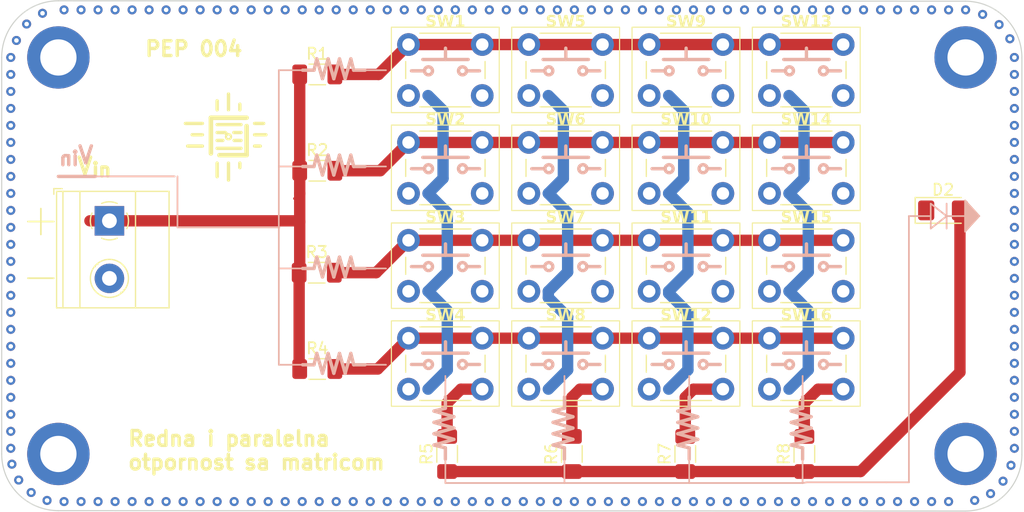
<source format=kicad_pcb>
(kicad_pcb (version 20240108) (generator "pcbnew") (generator_version "8.0")
  (layers (0 "F.Cu" signal) (31 "B.Cu" signal "GND") (34 "B.Paste" user) (35 "F.Paste" user) (36 "B.SilkS" user "B.Silkscreen") (37 "F.SilkS" user "F.Silkscreen") (38 "B.Mask" user) (39 "F.Mask" user) (44 "Edge.Cuts" user))
  (net 0 "")
  (net 1 "0")
  (net 2 "9V")
  (net 3 "Net-(D2-A)")
  (net 4 "Net-(R1-Pad2)")
  (net 5 "Net-(R3-Pad2)")
  (net 6 "Net-(R4-Pad2)")
  (net 7 "Net-(R5-Pad2)")
  (net 8 "Net-(R6-Pad2)")
  (net 9 "Net-(R7-Pad2)")
  (net 10 "Net-(R8-Pad2)")
  (footprint "PEP_library:ele_petnica_logo" (layer "F.Cu") (at 124 73)
    (property "Reference" "REF**" (hide yes))
    (property "Value" "ele_petnica_logo" (hide yes))
  )
  (footprint "TerminalBlock_Phoenix:TerminalBlock_Phoenix_MKDS-1,5-2-5.08_1x02_P5.08mm_Horizontal" (layer "F.Cu") (at 113.5 80.42 -90)
    (property "Reference" "J1" (hide yes))
    (property "Value" "Screw_Terminal_01x02")
    (pad "1" thru_hole rect (at 0 0 270) (size 2.6 2.6) (drill 1.3) (layers "*.Cu" "*.Mask") (net 2 "9V"))
    (pad "2" thru_hole circle (at 5.08 0 270) (size 2.6 2.6) (drill 1.3) (layers "*.Cu" "*.Mask") (net 1 "0"))
  )
  (footprint "PEP_library:SW_PUSH_6mm_H4.3mm" (layer "F.Cu") (at 153.755 67.2)
    (property "Reference" "SW5" (at -0.02 -4.34 0) (layer "F.SilkS") (effects (font (thickness 0.2) (bold yes))))
    (property "Value" "SW_Push")
    (pad "1" thru_hole circle (at -3.27 -2.34 90) (size 2 2) (drill 1.1) (layers "*.Cu" "*.Mask") (net 4 "Net-(R1-Pad2)"))
    (pad "1" thru_hole circle (at 3.23 -2.34 90) (size 2 2) (drill 1.1) (layers "*.Cu" "*.Mask") (net 4 "Net-(R1-Pad2)"))
    (pad "2" thru_hole circle (at -3.27 2.16 90) (size 2 2) (drill 1.1) (layers "*.Cu" "*.Mask") (net 8 "Net-(R6-Pad2)"))
    (pad "2" thru_hole circle (at 3.23 2.16 90) (size 2 2) (drill 1.1) (layers "*.Cu" "*.Mask") (net 8 "Net-(R6-Pad2)"))
  )
  (footprint "LED_SMD:LED_1206_3216Metric_Pad1.42x1.75mm_HandSolder" (layer "F.Cu") (at 187.0125 79.5)
    (property "Reference" "D2" (at 0 -1.82 0) (layer "F.SilkS"))
    (property "Value" "LED")
    (pad "1" smd roundrect (at -1.4875 0) (size 1.425 1.75) (layers "F.Cu" "F.Paste" "F.Mask") (roundrect_rratio 0.175439) (net 1 "0"))
    (pad "2" smd roundrect (at 1.4875 0) (size 1.425 1.75) (layers "F.Cu" "F.Paste" "F.Mask") (roundrect_rratio 0.175439) (net 3 "Net-(D2-A)"))
  )
  (footprint "PEP_library:R_silk_symbol" (layer "F.Cu") (at 143.125 103.7125 180)
    (property "Reference" "REF**" (hide yes))
    (property "Value" "R_silk_symbol")
  )
  (footprint "Resistor_SMD:R_1206_3216Metric_Pad1.30x1.75mm_HandSolder" (layer "F.Cu") (at 131.78 85)
    (property "Reference" "R3" (at 0 -1.82 0) (layer "F.SilkS"))
    (property "Value" "470")
    (pad "1" smd roundrect (at -1.55 0) (size 1.3 1.75) (layers "F.Cu" "F.Paste" "F.Mask") (roundrect_rratio 0.192308) (net 2 "9V"))
    (pad "2" smd roundrect (at 1.55 0) (size 1.3 1.75) (layers "F.Cu" "F.Paste" "F.Mask") (roundrect_rratio 0.192308) (net 5 "Net-(R3-Pad2)"))
  )
  (footprint "Resistor_SMD:R_1206_3216Metric_Pad1.30x1.75mm_HandSolder" (layer "F.Cu") (at 174.78 101 90)
    (property "Reference" "R8" (at 0 -1.82 90) (layer "F.SilkS"))
    (property "Value" "470")
    (pad "1" smd roundrect (at -1.55 0 90) (size 1.3 1.75) (layers "F.Cu" "F.Paste" "F.Mask") (roundrect_rratio 0.192308) (net 3 "Net-(D2-A)"))
    (pad "2" smd roundrect (at 1.55 0 90) (size 1.3 1.75) (layers "F.Cu" "F.Paste" "F.Mask") (roundrect_rratio 0.192308) (net 10 "Net-(R8-Pad2)"))
  )
  (footprint "Resistor_SMD:R_1206_3216Metric_Pad1.30x1.75mm_HandSolder" (layer "F.Cu") (at 131.83 93.5)
    (property "Reference" "R4" (at 0 -1.82 0) (layer "F.SilkS"))
    (property "Value" "470")
    (pad "1" smd roundrect (at -1.55 0) (size 1.3 1.75) (layers "F.Cu" "F.Paste" "F.Mask") (roundrect_rratio 0.192308) (net 2 "9V"))
    (pad "2" smd roundrect (at 1.55 0) (size 1.3 1.75) (layers "F.Cu" "F.Paste" "F.Mask") (roundrect_rratio 0.192308) (net 6 "Net-(R4-Pad2)"))
  )
  (footprint "PEP_library:SW_PUSH_6mm_H4.3mm" (layer "F.Cu") (at 164.365 75.84)
    (property "Reference" "SW10" (at -0.02 -4.34 0) (layer "F.SilkS") (effects (font (thickness 0.2) (bold yes))))
    (property "Value" "SW_Push")
    (pad "1" thru_hole circle (at -3.27 -2.34 90) (size 2 2) (drill 1.1) (layers "*.Cu" "*.Mask") (net 7 "Net-(R5-Pad2)"))
    (pad "1" thru_hole circle (at 3.23 -2.34 90) (size 2 2) (drill 1.1) (layers "*.Cu" "*.Mask") (net 7 "Net-(R5-Pad2)"))
    (pad "2" thru_hole circle (at -3.27 2.16 90) (size 2 2) (drill 1.1) (layers "*.Cu" "*.Mask") (net 9 "Net-(R7-Pad2)"))
    (pad "2" thru_hole circle (at 3.23 2.16 90) (size 2 2) (drill 1.1) (layers "*.Cu" "*.Mask") (net 9 "Net-(R7-Pad2)"))
  )
  (footprint "Resistor_SMD:R_1206_3216Metric_Pad1.30x1.75mm_HandSolder" (layer "F.Cu") (at 154.28 101 90)
    (property "Reference" "R6" (at 0 -1.82 90) (layer "F.SilkS"))
    (property "Value" "470")
    (pad "1" smd roundrect (at -1.55 0 90) (size 1.3 1.75) (layers "F.Cu" "F.Paste" "F.Mask") (roundrect_rratio 0.192308) (net 3 "Net-(D2-A)"))
    (pad "2" smd roundrect (at 1.55 0 90) (size 1.3 1.75) (layers "F.Cu" "F.Paste" "F.Mask") (roundrect_rratio 0.192308) (net 8 "Net-(R6-Pad2)"))
  )
  (footprint "PEP_library:SW_PUSH_6mm_H4.3mm" (layer "F.Cu") (at 174.975 75.84)
    (property "Reference" "SW14" (at -0.02 -4.34 0) (layer "F.SilkS") (effects (font (thickness 0.2) (bold yes))))
    (property "Value" "SW_Push")
    (pad "1" thru_hole circle (at -3.27 -2.34 90) (size 2 2) (drill 1.1) (layers "*.Cu" "*.Mask") (net 7 "Net-(R5-Pad2)"))
    (pad "1" thru_hole circle (at 3.23 -2.34 90) (size 2 2) (drill 1.1) (layers "*.Cu" "*.Mask") (net 7 "Net-(R5-Pad2)"))
    (pad "2" thru_hole circle (at -3.27 2.16 90) (size 2 2) (drill 1.1) (layers "*.Cu" "*.Mask") (net 10 "Net-(R8-Pad2)"))
    (pad "2" thru_hole circle (at 3.23 2.16 90) (size 2 2) (drill 1.1) (layers "*.Cu" "*.Mask") (net 10 "Net-(R8-Pad2)"))
  )
  (footprint "PEP_library:SW_PUSH_6mm_H4.3mm" (layer "F.Cu") (at 164.365 93.12)
    (property "Reference" "SW12" (at -0.02 -4.34 0) (layer "F.SilkS") (effects (font (thickness 0.2) (bold yes))))
    (property "Value" "SW_Push")
    (pad "1" thru_hole circle (at -3.27 -2.34 90) (size 2 2) (drill 1.1) (layers "*.Cu" "*.Mask") (net 6 "Net-(R4-Pad2)"))
    (pad "1" thru_hole circle (at 3.23 -2.34 90) (size 2 2) (drill 1.1) (layers "*.Cu" "*.Mask") (net 6 "Net-(R4-Pad2)"))
    (pad "2" thru_hole circle (at -3.27 2.16 90) (size 2 2) (drill 1.1) (layers "*.Cu" "*.Mask") (net 9 "Net-(R7-Pad2)"))
    (pad "2" thru_hole circle (at 3.23 2.16 90) (size 2 2) (drill 1.1) (layers "*.Cu" "*.Mask") (net 9 "Net-(R7-Pad2)"))
  )
  (footprint "PEP_library:SW_PUSH_6mm_H4.3mm" (layer "F.Cu") (at 143.145 75.84)
    (property "Reference" "SW2" (at -0.02 -4.34 0) (layer "F.SilkS") (effects (font (thickness 0.2) (bold yes))))
    (property "Value" "SW_Push")
    (pad "1" thru_hole circle (at -3.27 -2.34 90) (size 2 2) (drill 1.1) (layers "*.Cu" "*.Mask") (net 7 "Net-(R5-Pad2)"))
    (pad "1" thru_hole circle (at 3.23 -2.34 90) (size 2 2) (drill 1.1) (layers "*.Cu" "*.Mask") (net 7 "Net-(R5-Pad2)"))
    (pad "2" thru_hole circle (at -3.27 2.16 90) (size 2 2) (drill 1.1) (layers "*.Cu" "*.Mask") (net 7 "Net-(R5-Pad2)"))
    (pad "2" thru_hole circle (at 3.23 2.16 90) (size 2 2) (drill 1.1) (layers "*.Cu" "*.Mask") (net 7 "Net-(R5-Pad2)"))
  )
  (footprint "PEP_library:R_silk_symbol" (layer "F.Cu") (at 174.625 103.7125 180)
    (property "Reference" "REF**" (hide yes))
    (property "Value" "R_silk_symbol")
  )
  (footprint "PEP_library:SW_PUSH_6mm_H4.3mm" (layer "F.Cu") (at 174.975 67.2)
    (property "Reference" "SW13" (at -0.02 -4.34 0) (layer "F.SilkS") (effects (font (thickness 0.2) (bold yes))))
    (property "Value" "SW_Push")
    (pad "1" thru_hole circle (at -3.27 -2.34 90) (size 2 2) (drill 1.1) (layers "*.Cu" "*.Mask") (net 4 "Net-(R1-Pad2)"))
    (pad "1" thru_hole circle (at 3.23 -2.34 90) (size 2 2) (drill 1.1) (layers "*.Cu" "*.Mask") (net 4 "Net-(R1-Pad2)"))
    (pad "2" thru_hole circle (at -3.27 2.16 90) (size 2 2) (drill 1.1) (layers "*.Cu" "*.Mask") (net 10 "Net-(R8-Pad2)"))
    (pad "2" thru_hole circle (at 3.23 2.16 90) (size 2 2) (drill 1.1) (layers "*.Cu" "*.Mask") (net 10 "Net-(R8-Pad2)"))
  )
  (footprint "PEP_library:R_silk_symbol" (layer "F.Cu") (at 153.625 103.7125 180)
    (property "Reference" "REF**" (hide yes))
    (property "Value" "R_silk_symbol")
  )
  (footprint "PEP_library:SW_PUSH_6mm_H4.3mm" (layer "F.Cu") (at 164.365 84.48)
    (property "Reference" "SW11" (at -0.02 -4.34 0) (layer "F.SilkS") (effects (font (thickness 0.2) (bold yes))))
    (property "Value" "SW_Push")
    (pad "1" thru_hole circle (at -3.27 -2.34 90) (size 2 2) (drill 1.1) (layers "*.Cu" "*.Mask") (net 5 "Net-(R3-Pad2)"))
    (pad "1" thru_hole circle (at 3.23 -2.34 90) (size 2 2) (drill 1.1) (layers "*.Cu" "*.Mask") (net 5 "Net-(R3-Pad2)"))
    (pad "2" thru_hole circle (at -3.27 2.16 90) (size 2 2) (drill 1.1) (layers "*.Cu" "*.Mask") (net 9 "Net-(R7-Pad2)"))
    (pad "2" thru_hole circle (at 3.23 2.16 90) (size 2 2) (drill 1.1) (layers "*.Cu" "*.Mask") (net 9 "Net-(R7-Pad2)"))
  )
  (footprint "PEP_library:SW_PUSH_6mm_H4.3mm" (layer "F.Cu") (at 153.755 75.84)
    (property "Reference" "SW6" (at -0.02 -4.34 0) (layer "F.SilkS") (effects (font (thickness 0.2) (bold yes))))
    (property "Value" "SW_Push")
    (pad "1" thru_hole circle (at -3.27 -2.34 90) (size 2 2) (drill 1.1) (layers "*.Cu" "*.Mask") (net 7 "Net-(R5-Pad2)"))
    (pad "1" thru_hole circle (at 3.23 -2.34 90) (size 2 2) (drill 1.1) (layers "*.Cu" "*.Mask") (net 7 "Net-(R5-Pad2)"))
    (pad "2" thru_hole circle (at -3.27 2.16 90) (size 2 2) (drill 1.1) (layers "*.Cu" "*.Mask") (net 8 "Net-(R6-Pad2)"))
    (pad "2" thru_hole circle (at 3.23 2.16 90) (size 2 2) (drill 1.1) (layers "*.Cu" "*.Mask") (net 8 "Net-(R6-Pad2)"))
  )
  (footprint "PEP_library:SW_PUSH_6mm_H4.3mm" (layer "F.Cu") (at 174.975 84.48)
    (property "Reference" "SW15" (at -0.02 -4.34 0) (layer "F.SilkS") (effects (font (thickness 0.2) (bold yes))))
    (property "Value" "SW_Push")
    (pad "1" thru_hole circle (at -3.27 -2.34 90) (size 2 2) (drill 1.1) (layers "*.Cu" "*.Mask") (net 5 "Net-(R3-Pad2)"))
    (pad "1" thru_hole circle (at 3.23 -2.34 90) (size 2 2) (drill 1.1) (layers "*.Cu" "*.Mask") (net 5 "Net-(R3-Pad2)"))
    (pad "2" thru_hole circle (at -3.27 2.16 90) (size 2 2) (drill 1.1) (layers "*.Cu" "*.Mask") (net 10 "Net-(R8-Pad2)"))
    (pad "2" thru_hole circle (at 3.23 2.16 90) (size 2 2) (drill 1.1) (layers "*.Cu" "*.Mask") (net 10 "Net-(R8-Pad2)"))
  )
  (footprint "PEP_library:SW_PUSH_6mm_H4.3mm" (layer "F.Cu") (at 153.755 93.12)
    (property "Reference" "SW8" (at -0.02 -4.34 0) (layer "F.SilkS") (effects (font (thickness 0.2) (bold yes))))
    (property "Value" "SW_Push")
    (pad "1" thru_hole circle (at -3.27 -2.34 90) (size 2 2) (drill 1.1) (layers "*.Cu" "*.Mask") (net 6 "Net-(R4-Pad2)"))
    (pad "1" thru_hole circle (at 3.23 -2.34 90) (size 2 2) (drill 1.1) (layers "*.Cu" "*.Mask") (net 6 "Net-(R4-Pad2)"))
    (pad "2" thru_hole circle (at -3.27 2.16 90) (size 2 2) (drill 1.1) (layers "*.Cu" "*.Mask") (net 8 "Net-(R6-Pad2)"))
    (pad "2" thru_hole circle (at 3.23 2.16 90) (size 2 2) (drill 1.1) (layers "*.Cu" "*.Mask") (net 8 "Net-(R6-Pad2)"))
  )
  (footprint "PEP_library:SW_PUSH_6mm_H4.3mm" (layer "F.Cu") (at 143.145 84.48)
    (property "Reference" "SW3" (at -0.02 -4.34 0) (layer "F.SilkS") (effects (font (thickness 0.2) (bold yes))))
    (property "Value" "SW_Push")
    (pad "1" thru_hole circle (at -3.27 -2.34 90) (size 2 2) (drill 1.1) (layers "*.Cu" "*.Mask") (net 5 "Net-(R3-Pad2)"))
    (pad "1" thru_hole circle (at 3.23 -2.34 90) (size 2 2) (drill 1.1) (layers "*.Cu" "*.Mask") (net 5 "Net-(R3-Pad2)"))
    (pad "2" thru_hole circle (at -3.27 2.16 90) (size 2 2) (drill 1.1) (layers "*.Cu" "*.Mask") (net 7 "Net-(R5-Pad2)"))
    (pad "2" thru_hole circle (at 3.23 2.16 90) (size 2 2) (drill 1.1) (layers "*.Cu" "*.Mask") (net 7 "Net-(R5-Pad2)"))
  )
  (footprint "Resistor_SMD:R_1206_3216Metric_Pad1.30x1.75mm_HandSolder" (layer "F.Cu") (at 164.28 101 90)
    (property "Reference" "R7" (at 0 -1.82 90) (layer "F.SilkS"))
    (property "Value" "470")
    (pad "1" smd roundrect (at -1.55 0 90) (size 1.3 1.75) (layers "F.Cu" "F.Paste" "F.Mask") (roundrect_rratio 0.192308) (net 3 "Net-(D2-A)"))
    (pad "2" smd roundrect (at 1.55 0 90) (size 1.3 1.75) (layers "F.Cu" "F.Paste" "F.Mask") (roundrect_rratio 0.192308) (net 9 "Net-(R7-Pad2)"))
  )
  (footprint "Resistor_SMD:R_1206_3216Metric_Pad1.30x1.75mm_HandSolder" (layer "F.Cu") (at 131.83 67.5)
    (property "Reference" "R1" (at 0 -1.82 0) (layer "F.SilkS"))
    (property "Value" "470")
    (pad "1" smd roundrect (at -1.55 0) (size 1.3 1.75) (layers "F.Cu" "F.Paste" "F.Mask") (roundrect_rratio 0.192308) (net 2 "9V"))
    (pad "2" smd roundrect (at 1.55 0) (size 1.3 1.75) (layers "F.Cu" "F.Paste" "F.Mask") (roundrect_rratio 0.192308) (net 4 "Net-(R1-Pad2)"))
  )
  (footprint "MountingHole:MountingHole_3.2mm_M3_ISO14580_Pad_TopBottom" (layer "F.Cu") (at 109 66)
    (property "Reference" "H2" (hide yes))
    (property "Value" "MountingHole")
    (pad "1" thru_hole circle (at 0 0) (size 3.6 3.6) (drill 3.2) (layers "*.Cu" "*.Mask"))
    (pad "1" connect circle (at 0 0) (size 5.5 5.5) (layers "F.Cu" "F.Mask"))
    (pad "1" connect circle (at 0 0) (size 5.5 5.5) (layers "B.Cu" "B.Mask"))
  )
  (footprint "PEP_library:R_silk_symbol" (layer "F.Cu") (at 128.2875 84.625 90)
    (property "Reference" "REF**" (hide yes))
    (property "Value" "R_silk_symbol")
  )
  (footprint "Resistor_SMD:R_1206_3216Metric_Pad1.30x1.75mm_HandSolder" (layer "F.Cu") (at 131.83 76)
    (property "Reference" "R2" (at 0 -1.82 0) (layer "F.SilkS"))
    (property "Value" "470")
    (pad "1" smd roundrect (at -1.55 0) (size 1.3 1.75) (layers "F.Cu" "F.Paste" "F.Mask") (roundrect_rratio 0.192308) (net 2 "9V"))
    (pad "2" smd roundrect (at 1.55 0) (size 1.3 1.75) (layers "F.Cu" "F.Paste" "F.Mask") (roundrect_rratio 0.192308) (net 7 "Net-(R5-Pad2)"))
  )
  (footprint "PEP_library:SW_PUSH_6mm_H4.3mm" (layer "F.Cu") (at 164.365 67.2)
    (property "Reference" "SW9" (at -0.02 -4.34 0) (layer "F.SilkS") (effects (font (thickness 0.2) (bold yes))))
    (property "Value" "SW_Push")
    (pad "1" thru_hole circle (at -3.27 -2.34 90) (size 2 2) (drill 1.1) (layers "*.Cu" "*.Mask") (net 4 "Net-(R1-Pad2)"))
    (pad "1" thru_hole circle (at 3.23 -2.34 90) (size 2 2) (drill 1.1) (layers "*.Cu" "*.Mask") (net 4 "Net-(R1-Pad2)"))
    (pad "2" thru_hole circle (at -3.27 2.16 90) (size 2 2) (drill 1.1) (layers "*.Cu" "*.Mask") (net 9 "Net-(R7-Pad2)"))
    (pad "2" thru_hole circle (at 3.23 2.16 90) (size 2 2) (drill 1.1) (layers "*.Cu" "*.Mask") (net 9 "Net-(R7-Pad2)"))
  )
  (footprint "PEP_library:R_silk_symbol" (layer "F.Cu") (at 128.2875 93.125 90)
    (property "Reference" "REF**" (hide yes))
    (property "Value" "R_silk_symbol")
  )
  (footprint "PEP_library:R_silk_symbol" (layer "F.Cu") (at 164.625 103.7125 180)
    (property "Reference" "REF**" (hide yes))
    (property "Value" "R_silk_symbol")
  )
  (footprint "PEP_library:SW_PUSH_6mm_H4.3mm" (layer "F.Cu") (at 153.755 84.48)
    (property "Reference" "SW7" (at -0.02 -4.34 0) (layer "F.SilkS") (effects (font (thickness 0.2) (bold yes))))
    (property "Value" "SW_Push")
    (pad "1" thru_hole circle (at -3.27 -2.34 90) (size 2 2) (drill 1.1) (layers "*.Cu" "*.Mask") (net 5 "Net-(R3-Pad2)"))
    (pad "1" thru_hole circle (at 3.23 -2.34 90) (size 2 2) (drill 1.1) (layers "*.Cu" "*.Mask") (net 5 "Net-(R3-Pad2)"))
    (pad "2" thru_hole circle (at -3.27 2.16 90) (size 2 2) (drill 1.1) (layers "*.Cu" "*.Mask") (net 8 "Net-(R6-Pad2)"))
    (pad "2" thru_hole circle (at 3.23 2.16 90) (size 2 2) (drill 1.1) (layers "*.Cu" "*.Mask") (net 8 "Net-(R6-Pad2)"))
  )
  (footprint "MountingHole:MountingHole_3.2mm_M3_ISO14580_Pad_TopBottom" (layer "F.Cu") (at 109 101 -90)
    (property "Reference" "H1" (hide yes))
    (property "Value" "MountingHole")
    (pad "1" thru_hole circle (at 0 0 270) (size 3.6 3.6) (drill 3.2) (layers "*.Cu" "*.Mask"))
    (pad "1" connect circle (at 0 0 270) (size 5.5 5.5) (layers "F.Cu" "F.Mask"))
    (pad "1" connect circle (at 0 0 270) (size 5.5 5.5) (layers "B.Cu" "B.Mask"))
  )
  (footprint "PEP_library:SW_PUSH_6mm_H4.3mm" (layer "F.Cu") (at 174.975 93.12)
    (property "Reference" "SW16" (at -0.02 -4.34 0) (layer "F.SilkS") (effects (font (thickness 0.2) (bold yes))))
    (property "Value" "SW_Push")
    (pad "1" thru_hole circle (at -3.27 -2.34 90) (size 2 2) (drill 1.1) (layers "*.Cu" "*.Mask") (net 6 "Net-(R4-Pad2)"))
    (pad "1" thru_hole circle (at 3.23 -2.34 90) (size 2 2) (drill 1.1) (layers "*.Cu" "*.Mask") (net 6 "Net-(R4-Pad2)"))
    (pad "2" thru_hole circle (at -3.27 2.16 90) (size 2 2) (drill 1.1) (layers "*.Cu" "*.Mask") (net 10 "Net-(R8-Pad2)"))
    (pad "2" thru_hole circle (at 3.23 2.16 90) (size 2 2) (drill 1.1) (layers "*.Cu" "*.Mask") (net 10 "Net-(R8-Pad2)"))
  )
  (footprint "PEP_library:R_silk_symbol" (layer "F.Cu") (at 128.2875 75.625 90)
    (property "Reference" "REF**" (hide yes))
    (property "Value" "R_silk_symbol")
  )
  (footprint "MountingHole:MountingHole_3.2mm_M3_ISO14580_Pad_TopBottom" (layer "F.Cu") (at 189 66)
    (property "Reference" "H3" (hide yes))
    (property "Value" "MountingHole")
    (pad "1" thru_hole circle (at 0 0) (size 3.6 3.6) (drill 3.2) (layers "*.Cu" "*.Mask"))
    (pad "1" connect circle (at 0 0) (size 5.5 5.5) (layers "F.Cu" "F.Mask"))
    (pad "1" connect circle (at 0 0) (size 5.5 5.5) (layers "B.Cu" "B.Mask"))
  )
  (footprint "PEP_library:R_silk_symbol" (layer "F.Cu") (at 128.2875 67.125 90)
    (property "Reference" "REF**" (hide yes))
    (property "Value" "R_silk_symbol")
  )
  (footprint "Resistor_SMD:R_1206_3216Metric_Pad1.30x1.75mm_HandSolder" (layer "F.Cu") (at 143.28 101 90)
    (property "Reference" "R5" (at 0 -1.82 90) (layer "F.SilkS"))
    (property "Value" "470")
    (pad "1" smd roundrect (at -1.55 0 90) (size 1.3 1.75) (layers "F.Cu" "F.Paste" "F.Mask") (roundrect_rratio 0.192308) (net 3 "Net-(D2-A)"))
    (pad "2" smd roundrect (at 1.55 0 90) (size 1.3 1.75) (layers "F.Cu" "F.Paste" "F.Mask") (roundrect_rratio 0.192308) (net 7 "Net-(R5-Pad2)"))
  )
  (footprint "MountingHole:MountingHole_3.2mm_M3_ISO14580_Pad_TopBottom" (layer "F.Cu") (at 189 101)
    (property "Reference" "H4" (hide yes))
    (property "Value" "MountingHole")
    (pad "1" thru_hole circle (at 0 0) (size 3.6 3.6) (drill 3.2) (layers "*.Cu" "*.Mask"))
    (pad "1" connect circle (at 0 0) (size 5.5 5.5) (layers "F.Cu" "F.Mask"))
    (pad "1" connect circle (at 0 0) (size 5.5 5.5) (layers "B.Cu" "B.Mask"))
  )
  (footprint "PEP_library:SW_PUSH_6mm_H4.3mm" (layer "F.Cu") (at 143.145 93.12)
    (property "Reference" "SW4" (at -0.02 -4.34 0) (layer "F.SilkS") (effects (font (thickness 0.2) (bold yes))))
    (property "Value" "SW_Push")
    (pad "1" thru_hole circle (at -3.27 -2.34 90) (size 2 2) (drill 1.1) (layers "*.Cu" "*.Mask") (net 6 "Net-(R4-Pad2)"))
    (pad "1" thru_hole circle (at 3.23 -2.34 90) (size 2 2) (drill 1.1) (layers "*.Cu" "*.Mask") (net 6 "Net-(R4-Pad2)"))
    (pad "2" thru_hole circle (at -3.27 2.16 90) (size 2 2) (drill 1.1) (layers "*.Cu" "*.Mask") (net 7 "Net-(R5-Pad2)"))
    (pad "2" thru_hole circle (at 3.23 2.16 90) (size 2 2) (drill 1.1) (layers "*.Cu" "*.Mask") (net 7 "Net-(R5-Pad2)"))
  )
  (footprint "PEP_library:SW_PUSH_6mm_H4.3mm" (layer "F.Cu") (at 143.145 67.2)
    (property "Reference" "SW1" (at -0.02 -4.34 0) (layer "F.SilkS") (effects (font (thickness 0.2) (bold yes))))
    (property "Value" "SW_Push")
    (pad "1" thru_hole circle (at -3.27 -2.34 90) (size 2 2) (drill 1.1) (layers "*.Cu" "*.Mask") (net 4 "Net-(R1-Pad2)"))
    (pad "1" thru_hole circle (at 3.23 -2.34 90) (size 2 2) (drill 1.1) (layers "*.Cu" "*.Mask") (net 4 "Net-(R1-Pad2)"))
    (pad "2" thru_hole circle (at -3.27 2.16 90) (size 2 2) (drill 1.1) (layers "*.Cu" "*.Mask") (net 7 "Net-(R5-Pad2)"))
    (pad "2" thru_hole circle (at 3.23 2.16 90) (size 2 2) (drill 1.1) (layers "*.Cu" "*.Mask") (net 7 "Net-(R5-Pad2)"))
  )
  (gr_line (start 174.625 103.5625) (end 175 103.5) (stroke (width 0.15)) (layer "B.SilkS"))
  (gr_line (start 112.25 76.5) (end 109 76.5) (stroke (width 0.3)) (layer "B.SilkS"))
  (gr_line (start 185.923982 80.00362) (end 184.411991 80.00181) (stroke (width 0.15)) (layer "B.SilkS"))
  (gr_line (start 119.5 76.5) (end 119.5 81) (stroke (width 0.15)) (layer "B.SilkS"))
  (gr_line (start 184 103.5) (end 184 80) (stroke (width 0.15)) (layer "B.SilkS"))
  (gr_line (start 187.323982 80.00362) (end 189.5 80) (stroke (width 0.15)) (layer "B.SilkS"))
  (gr_poly (pts (xy 188.948982 81.375) (xy 188.948982 78.625) (xy 190.198982 80)) (stroke (width 0.15)) (fill solid) (layer "B.SilkS"))
  (gr_line (start 184.411991 80.00181) (end 184.411991 80.00181) (stroke (width 0.15)) (layer "B.SilkS"))
  (gr_line (start 128.4375 67.125) (end 128.4375 93.125) (stroke (width 0.15)) (layer "B.SilkS"))
  (gr_line (start 109.75 76.5) (end 119.25 76.5) (stroke (width 0.15)) (layer "B.SilkS"))
  (gr_line (start 187.323982 78.90362) (end 187.323982 81.10362) (stroke (width 0.15)) (layer "B.SilkS"))
  (gr_line (start 184 80) (end 184.5 80) (stroke (width 0.15)) (layer "B.SilkS"))
  (gr_line (start 175 103.5) (end 182 103.5) (stroke (width 0.15)) (layer "B.SilkS"))
  (gr_line (start 185.923982 78.90362) (end 185.923982 81.10362) (stroke (width 0.15)) (layer "B.SilkS"))
  (gr_line (start 119.5 81) (end 128.5 81) (stroke (width 0.15)) (layer "B.SilkS"))
  (gr_line (start 185.923982 81.10362) (end 187.323982 80.00362) (stroke (width 0.15)) (layer "B.SilkS"))
  (gr_line (start 182 103.5) (end 184 103.5) (stroke (width 0.15)) (layer "B.SilkS"))
  (gr_line (start 188.948982 78.625) (end 190.198982 80) (stroke (width 0.15)) (layer "B.SilkS"))
  (gr_line (start 187.323982 80.00362) (end 185.923982 78.90362) (stroke (width 0.15)) (layer "B.SilkS"))
  (gr_line (start 119.25 76.5) (end 113.25 76.5) (stroke (width 0.15)) (layer "B.SilkS"))
  (gr_line (start 143.125 103.5625) (end 174.625 103.5625) (stroke (width 0.15)) (layer "B.SilkS"))
  (gr_line (start 193.964466 101.035534) (end 193.964464 66.035534) (stroke (width 0.1)) (layer "Edge.Cuts"))
  (gr_arc (start 104 66) (mid 105.464467 62.464467) (end 109 61) (stroke (width 0.1)) (layer "Edge.Cuts"))
  (gr_arc (start 188.964466 61.035534) (mid 192.5 62.5) (end 193.964464 66.035534) (stroke (width 0.1)) (layer "Edge.Cuts"))
  (gr_line (start 104 66) (end 104 101) (stroke (width 0.1)) (layer "Edge.Cuts"))
  (gr_arc (start 193.964466 101.035534) (mid 192.5 104.571068) (end 188.964466 106.035534) (stroke (width 0.1)) (layer "Edge.Cuts"))
  (gr_line (start 109 106) (end 188.964466 106.035534) (stroke (width 0.1)) (layer "Edge.Cuts"))
  (gr_arc (start 109 106) (mid 105.464467 104.535533) (end 104 101) (stroke (width 0.1)) (layer "Edge.Cuts"))
  (gr_line (start 188.964466 61.035534) (end 109 61) (stroke (width 0.1)) (layer "Edge.Cuts"))
  (gr_text "V_{in}\n" (at 112.25 75.5 0) (layer "B.SilkS") (effects (font (size 1.5 1.5) (thickness 0.3) (bold yes)) (justify left bottom mirror)))
  (gr_text "+" (at 105.5 82 0) (layer "F.SilkS") (effects (font (size 3 3)) (justify left bottom)))
  (gr_text "PEP 004" (at 116.5 66 0) (layer "F.SilkS") (effects (font (size 1.3 1.3) (thickness 0.3) (bold yes)) (justify left bottom)))
  (gr_text "V_{in} \n" (at 110.5 76.5 0) (layer "F.SilkS") (effects (font (size 1.5 1.5) (thickness 0.3) (bold yes)) (justify left bottom)))
  (gr_text "Redna i paralelna\notpornost sa matricom" (at 115 102.5 0) (layer "F.SilkS") (effects (font (size 1.3 1.3) (thickness 0.3) (bold yes)) (justify left bottom)))
  (gr_text "-" (at 105.5 87 0) (layer "F.SilkS") (effects (font (size 3 3)) (justify left bottom)))
  (via (at 159 105.2) (size 0.8) (drill 0.4) (layers "F.Cu" "B.Cu") (net 1))
  (via (at 126 105.2) (size 0.8) (drill 0.4) (layers "F.Cu" "B.Cu") (net 1))
  (via (at 168 105.2) (size 0.8) (drill 0.4) (layers "F.Cu" "B.Cu") (net 1))
  (via (at 189 61.8) (size 0.8) (drill 0.4) (layers "F.Cu" "B.Cu") (net 1))
  (via (at 148.5 61.8) (size 0.8) (drill 0.4) (layers "F.Cu" "B.Cu") (net 1))
  (via (at 162 61.8) (size 0.8) (drill 0.4) (layers "F.Cu" "B.Cu") (net 1))
  (via (at 151.5 105.2) (size 0.8) (drill 0.4) (layers "F.Cu" "B.Cu") (net 1))
  (via (at 104.8 72) (size 0.8) (drill 0.4) (layers "F.Cu" "B.Cu") (net 1))
  (via (at 104.8 76.5) (size 0.8) (drill 0.4) (layers "F.Cu" "B.Cu") (net 1))
  (via (at 104.8 96) (size 0.8) (drill 0.4) (layers "F.Cu" "B.Cu") (net 1))
  (via (at 120 61.8) (size 0.8) (drill 0.4) (layers "F.Cu" "B.Cu") (net 1))
  (via (at 127.5 61.8) (size 0.8) (drill 0.4) (layers "F.Cu" "B.Cu") (net 1))
  (via (at 104.8 84) (size 0.8) (drill 0.4) (layers "F.Cu" "B.Cu") (net 1))
  (via (at 109.5 105.2) (size 0.8) (drill 0.4) (layers "F.Cu" "B.Cu") (net 1))
  (via (at 193.3 82.5) (size 0.8) (drill 0.4) (layers "F.Cu" "B.Cu") (net 1))
  (via (at 107.6 62.1) (size 0.8) (drill 0.4) (layers "F.Cu" "B.Cu") (net 1))
  (via (at 160.5 105.2) (size 0.8) (drill 0.4) (layers "F.Cu" "B.Cu") (net 1))
  (via (at 193.3 67.5) (size 0.8) (drill 0.4) (layers "F.Cu" "B.Cu") (net 1))
  (via (at 120 105.2) (size 0.8) (drill 0.4) (layers "F.Cu" "B.Cu") (net 1))
  (via (at 104.8 97.5) (size 0.8) (drill 0.4) (layers "F.Cu" "B.Cu") (net 1))
  (via (at 153 61.8) (size 0.8) (drill 0.4) (layers "F.Cu" "B.Cu") (net 1))
  (via (at 144 61.8) (size 0.8) (drill 0.4) (layers "F.Cu" "B.Cu") (net 1))
  (via (at 180 105.2) (size 0.8) (drill 0.4) (layers "F.Cu" "B.Cu") (net 1))
  (via (at 105.5 103.3) (size 0.8) (drill 0.4) (layers "F.Cu" "B.Cu") (net 1))
  (via (at 178.5 105.2) (size 0.8) (drill 0.4) (layers "F.Cu" "B.Cu") (net 1))
  (via (at 111 61.8) (size 0.8) (drill 0.4) (layers "F.Cu" "B.Cu") (net 1))
  (via (at 162 105.2) (size 0.8) (drill 0.4) (layers "F.Cu" "B.Cu") (net 1))
  (via (at 124.5 61.8) (size 0.8) (drill 0.4) (layers "F.Cu" "B.Cu") (net 1))
  (via (at 192.9 64.35) (size 0.8) (drill 0.4) (layers "F.Cu" "B.Cu") (net 1))
  (via (at 193.3 84) (size 0.8) (drill 0.4) (layers "F.Cu" "B.Cu") (net 1))
  (via (at 115.5 61.8) (size 0.8) (drill 0.4) (layers "F.Cu" "B.Cu") (net 1))
  (via (at 193.3 91.5) (size 0.8) (drill 0.4) (layers "F.Cu" "B.Cu") (net 1))
  (via (at 109.5 61.8) (size 0.8) (drill 0.4) (layers "F.Cu" "B.Cu") (net 1))
  (via (at 129 61.8) (size 0.8) (drill 0.4) (layers "F.Cu" "B.Cu") (net 1))
  (via (at 114 105.2) (size 0.8) (drill 0.4) (layers "F.Cu" "B.Cu") (net 1))
  (via (at 163.5 105.2) (size 0.8) (drill 0.4) (layers "F.Cu" "B.Cu") (net 1))
  (via (at 112.5 61.8) (size 0.8) (drill 0.4) (layers "F.Cu" "B.Cu") (net 1))
  (via (at 159 61.8) (size 0.8) (drill 0.4) (layers "F.Cu" "B.Cu") (net 1))
  (via (at 145.5 61.8) (size 0.8) (drill 0.4) (layers "F.Cu" "B.Cu") (net 1))
  (via (at 129 105.2) (size 0.8) (drill 0.4) (layers "F.Cu" "B.Cu") (net 1))
  (via (at 169.5 105.2) (size 0.8) (drill 0.4) (layers "F.Cu" "B.Cu") (net 1))
  (via (at 151.5 61.8) (size 0.8) (drill 0.4) (layers "F.Cu" "B.Cu") (net 1))
  (via (at 165 105.2) (size 0.8) (drill 0.4) (layers "F.Cu" "B.Cu") (net 1))
  (via (at 157.5 105.2) (size 0.8) (drill 0.4) (layers "F.Cu" "B.Cu") (net 1))
  (via (at 104.8 90) (size 0.8) (drill 0.4) (layers "F.Cu" "B.Cu") (net 1))
  (via (at 191.95 63.1) (size 0.8) (drill 0.4) (layers "F.Cu" "B.Cu") (net 1))
  (via (at 141 61.8) (size 0.8) (drill 0.4) (layers "F.Cu" "B.Cu") (net 1))
  (via (at 132 61.8) (size 0.8) (drill 0.4) (layers "F.Cu" "B.Cu") (net 1))
  (via (at 106.6 104.4) (size 0.8) (drill 0.4) (layers "F.Cu" "B.Cu") (net 1))
  (via (at 186 61.8) (size 0.8) (drill 0.4) (layers "F.Cu" "B.Cu") (net 1))
  (via (at 104.8 82.5) (size 0.8) (drill 0.4) (layers "F.Cu" "B.Cu") (net 1))
  (via (at 104.8 66) (size 0.8) (drill 0.4) (layers "F.Cu" "B.Cu") (net 1))
  (via (at 157.5 61.8) (size 0.8) (drill 0.4) (layers "F.Cu" "B.Cu") (net 1))
  (via (at 118.5 105.2) (size 0.8) (drill 0.4) (layers "F.Cu" "B.Cu") (net 1))
  (via (at 104.8 75) (size 0.8) (drill 0.4) (layers "F.Cu" "B.Cu") (net 1))
  (via (at 145.5 105.2) (size 0.8) (drill 0.4) (layers "F.Cu" "B.Cu") (net 1))
  (via (at 166.5 105.2) (size 0.8) (drill 0.4) (layers "F.Cu" "B.Cu") (net 1))
  (via (at 104.8 99) (size 0.8) (drill 0.4) (layers "F.Cu" "B.Cu") (net 1))
  (via (at 165 61.8) (size 0.8) (drill 0.4) (layers "F.Cu" "B.Cu") (net 1))
  (via (at 193.3 99) (size 0.8) (drill 0.4) (layers "F.Cu" "B.Cu") (net 1))
  (via (at 150 105.2) (size 0.8) (drill 0.4) (layers "F.Cu" "B.Cu") (net 1))
  (via (at 104.8 79.5) (size 0.8) (drill 0.4) (layers "F.Cu" "B.Cu") (net 1))
  (via (at 181.5 61.8) (size 0.8) (drill 0.4) (layers "F.Cu" "B.Cu") (net 1))
  (via (at 171 105.2) (size 0.8) (drill 0.4) (layers "F.Cu" "B.Cu") (net 1))
  (via (at 148.5 105.2) (size 0.8) (drill 0.4) (layers "F.Cu" "B.Cu") (net 1))
  (via (at 172.5 105.2) (size 0.8) (drill 0.4) (layers "F.Cu" "B.Cu") (net 1))
  (via (at 130.5 61.8) (size 0.8) (drill 0.4) (layers "F.Cu" "B.Cu") (net 1))
  (via (at 193.3 70.5) (size 0.8) (drill 0.4) (layers "F.Cu" "B.Cu") (net 1))
  (via (at 141 105.2) (size 0.8) (drill 0.4) (layers "F.Cu" "B.Cu") (net 1))
  (via (at 142.5 61.8) (size 0.8) (drill 0.4) (layers "F.Cu" "B.Cu") (net 1))
  (via (at 184.5 61.8) (size 0.8) (drill 0.4) (layers "F.Cu" "B.Cu") (net 1))
  (via (at 104.8 67.5) (size 0.8) (drill 0.4) (layers "F.Cu" "B.Cu") (net 1))
  (via (at 168 61.8) (size 0.8) (drill 0.4) (layers "F.Cu" "B.Cu") (net 1))
  (via (at 193.3 93) (size 0.8) (drill 0.4) (layers "F.Cu" "B.Cu") (net 1))
  (via (at 193.3 100.5) (size 0.8) (drill 0.4) (layers "F.Cu" "B.Cu") (net 1))
  (via (at 150 61.8) (size 0.8) (drill 0.4) (layers "F.Cu" "B.Cu") (net 1))
  (via (at 174 61.8) (size 0.8) (drill 0.4) (layers "F.Cu" "B.Cu") (net 1))
  (via (at 104.8 70.5) (size 0.8) (drill 0.4) (layers "F.Cu" "B.Cu") (net 1))
  (via (at 118.5 61.8) (size 0.8) (drill 0.4) (layers "F.Cu" "B.Cu") (net 1))
  (via (at 193.3 69) (size 0.8) (drill 0.4) (layers "F.Cu" "B.Cu") (net 1))
  (via (at 144 61.8) (size 0.8) (drill 0.4) (layers "F.Cu" "B.Cu") (net 1))
  (via (at 104.8 69) (size 0.8) (drill 0.4) (layers "F.Cu" "B.Cu") (net 1))
  (via (at 169.5 61.8) (size 0.8) (drill 0.4) (layers "F.Cu" "B.Cu") (net 1))
  (via (at 187.5 61.8) (size 0.8) (drill 0.4) (layers "F.Cu" "B.Cu") (net 1))
  (via (at 175.5 105.2) (size 0.8) (drill 0.4) (layers "F.Cu" "B.Cu") (net 1))
  (via (at 183 61.8) (size 0.8) (drill 0.4) (layers "F.Cu" "B.Cu") (net 1))
  (via (at 171 61.8) (size 0.8) (drill 0.4) (layers "F.Cu" "B.Cu") (net 1))
  (via (at 193.3 73.5) (size 0.8) (drill 0.4) (layers "F.Cu" "B.Cu") (net 1))
  (via (at 187.5 105.2) (size 0.8) (drill 0.4) (layers "F.Cu" "B.Cu") (net 1))
  (via (at 106.2 63.05) (size 0.8) (drill 0.4) (layers "F.Cu" "B.Cu") (net 1))
  (via (at 191.2 104.5) (size 0.8) (drill 0.4) (layers "F.Cu" "B.Cu") (net 1))
  (via (at 121.5 105.2) (size 0.8) (drill 0.4) (layers "F.Cu" "B.Cu") (net 1))
  (via (at 154.5 61.8) (size 0.8) (drill 0.4) (layers "F.Cu" "B.Cu") (net 1))
  (via (at 121.5 61.8) (size 0.8) (drill 0.4) (layers "F.Cu" "B.Cu") (net 1))
  (via (at 104.8 81) (size 0.8) (drill 0.4) (layers "F.Cu" "B.Cu") (net 1))
  (via (at 193.3 96) (size 0.8) (drill 0.4) (layers "F.Cu" "B.Cu") (net 1))
  (via (at 177 105.2) (size 0.8) (drill 0.4) (layers "F.Cu" "B.Cu") (net 1))
  (via (at 139.5 61.8) (size 0.8) (drill 0.4) (layers "F.Cu" "B.Cu") (net 1))
  (via (at 154.5 105.2) (size 0.8) (drill 0.4) (layers "F.Cu" "B.Cu") (net 1))
  (via (at 127.5 105.2) (size 0.8) (drill 0.4) (layers "F.Cu" "B.Cu") (net 1))
  (via (at 193.3 75) (size 0.8) (drill 0.4) (layers "F.Cu" "B.Cu") (net 1))
  (via (at 133.5 105.2) (size 0.8) (drill 0.4) (layers "F.Cu" "B.Cu") (net 1))
  (via (at 124.5 105.2) (size 0.8) (drill 0.4) (layers "F.Cu" "B.Cu") (net 1))
  (via (at 193.3 81) (size 0.8) (drill 0.4) (layers "F.Cu" "B.Cu") (net 1))
  (via (at 133.5 61.8) (size 0.8) (drill 0.4) (layers "F.Cu" "B.Cu") (net 1))
  (via (at 147 105.2) (size 0.8) (drill 0.4) (layers "F.Cu" "B.Cu") (net 1))
  (via (at 160.5 61.8) (size 0.8) (drill 0.4) (layers "F.Cu" "B.Cu") (net 1))
  (via (at 172.5 61.8) (size 0.8) (drill 0.4) (layers "F.Cu" "B.Cu") (net 1))
  (via (at 193.3 79.5) (size 0.8) (drill 0.4) (layers "F.Cu" "B.Cu") (net 1))
  (via (at 166.5 61.8) (size 0.8) (drill 0.4) (layers "F.Cu" "B.Cu") (net 1))
  (via (at 147 61.8) (size 0.8) (drill 0.4) (layers "F.Cu" "B.Cu") (net 1))
  (via (at 193.3 87) (size 0.8) (drill 0.4) (layers "F.Cu" "B.Cu") (net 1))
  (via (at 193.3 94.5) (size 0.8) (drill 0.4) (layers "F.Cu" "B.Cu") (net 1))
  (via (at 104.8 85.5) (size 0.8) (drill 0.4) (layers "F.Cu" "B.Cu") (net 1))
  (via (at 192.3 103.4) (size 0.8) (drill 0.4) (layers "F.Cu" "B.Cu") (net 1))
  (via (at 193.3 66) (size 0.8) (drill 0.4) (layers "F.Cu" "B.Cu") (net 1))
  (via (at 163.5 61.8) (size 0.8) (drill 0.4) (layers "F.Cu" "B.Cu") (net 1))
  (via (at 184.5 105.2) (size 0.8) (drill 0.4) (layers "F.Cu" "B.Cu") (net 1))
  (via (at 123 61.8) (size 0.8) (drill 0.4) (layers "F.Cu" "B.Cu") (net 1))
  (via (at 156 61.8) (size 0.8) (drill 0.4) (layers "F.Cu" "B.Cu") (net 1))
  (via (at 139.5 105.2) (size 0.8) (drill 0.4) (layers "F.Cu" "B.Cu") (net 1))
  (via (at 114 61.8) (size 0.8) (drill 0.4) (layers "F.Cu" "B.Cu") (net 1))
  (via (at 115.5 105.2) (size 0.8) (drill 0.4) (layers "F.Cu" "B.Cu") (net 1))
  (via (at 138 61.8) (size 0.8) (drill 0.4) (layers "F.Cu" "B.Cu") (net 1))
  (via (at 117 61.8) (size 0.8) (drill 0.4) (layers "F.Cu" "B.Cu") (net 1))
  (via (at 193.3 72) (size 0.8) (drill 0.4) (layers "F.Cu" "B.Cu") (net 1))
  (via (at 126 61.8) (size 0.8) (drill 0.4) (layers "F.Cu" "B.Cu") (net 1))
  (via (at 123 105.2) (size 0.8) (drill 0.4) (layers "F.Cu" "B.Cu") (net 1))
  (via (at 142.5 105.2) (size 0.8) (drill 0.4) (layers "F.Cu" "B.Cu") (net 1))
  (via (at 175.5 61.8) (size 0.8) (drill 0.4) (layers "F.Cu" "B.Cu") (net 1))
  (via (at 193 102) (size 0.8) (drill 0.4) (layers "F.Cu" "B.Cu") (net 1))
  (via (at 105.3 64.5) (size 0.8) (drill 0.4) (layers "F.Cu" "B.Cu") (net 1))
  (via (at 136.5 61.8) (size 0.8) (drill 0.4) (layers "F.Cu" "B.Cu") (net 1))
  (via (at 132 105.2) (size 0.8) (drill 0.4) (layers "F.Cu" "B.Cu") (net 1))
  (via (at 135 105.2) (size 0.8) (drill 0.4) (layers "F.Cu" "B.Cu") (net 1))
  (via (at 193.3 90) (size 0.8) (drill 0.4) (layers "F.Cu" "B.Cu") (net 1))
  (via (at 174 105.2) (size 0.8) (drill 0.4) (layers "F.Cu" "B.Cu") (net 1))
  (via (at 190.5 62.2) (size 0.8) (drill 0.4) (layers "F.Cu" "B.Cu") (net 1))
  (via (at 104.8 73.5) (size 0.8) (drill 0.4) (layers "F.Cu" "B.Cu") (net 1))
  (via (at 104.8 87) (size 0.8) (drill 0.4) (layers "F.Cu" "B.Cu") (net 1))
  (via (at 193.3 85.5) (size 0.8) (drill 0.4) (layers "F.Cu" "B.Cu") (net 1))
  (via (at 104.8 78) (size 0.8) (drill 0.4) (layers "F.Cu" "B.Cu") (net 1))
  (via (at 104.9 101.9) (size 0.8) (drill 0.4) (layers "F.Cu" "B.Cu") (net 1))
  (via (at 135 61.8) (size 0.8) (drill 0.4) (layers "F.Cu" "B.Cu") (net 1))
  (via (at 104.8 100.5) (size 0.8) (drill 0.4) (layers "F.Cu" "B.Cu") (net 1))
  (via (at 136.5 105.2) (size 0.8) (drill 0.4) (layers "F.Cu" "B.Cu") (net 1))
  (via (at 138 105.2) (size 0.8) (drill 0.4) (layers "F.Cu" "B.Cu") (net 1))
  (via (at 153 105.2) (size 0.8) (drill 0.4) (layers "F.Cu" "B.Cu") (net 1))
  (via (at 193.3 88.5) (size 0.8) (drill 0.4) (layers "F.Cu" "B.Cu") (net 1))
  (via (at 104.8 88.5) (size 0.8) (drill 0.4) (layers "F.Cu" "B.Cu") (net 1))
  (via (at 193.3 97.5) (size 0.8) (drill 0.4) (layers "F.Cu" "B.Cu") (net 1))
  (via (at 193.3 76.5) (size 0.8) (drill 0.4) (layers "F.Cu" "B.Cu") (net 1))
  (via (at 144 105.2) (size 0.8) (drill 0.4) (layers "F.Cu" "B.Cu") (net 1))
  (via (at 180 61.8) (size 0.8) (drill 0.4) (layers "F.Cu" "B.Cu") (net 1))
  (via (at 177 61.8) (size 0.8) (drill 0.4) (layers "F.Cu" "B.Cu") (net 1))
  (via (at 111 105.2) (size 0.8) (drill 0.4) (layers "F.Cu" "B.Cu") (net 1))
  (via (at 130.5 105.2) (size 0.8) (drill 0.4) (layers "F.Cu" "B.Cu") (net 1))
  (via (at 193.3 78) (size 0.8) (drill 0.4) (layers "F.Cu" "B.Cu") (net 1))
  (via (at 186 105.2) (size 0.8) (drill 0.4) (layers "F.Cu" "B.Cu") (net 1))
  (via (at 104.8 91.5) (size 0.8) (drill 0.4) (layers "F.Cu" "B.Cu") (net 1))
  (via (at 104.8 93) (size 0.8) (drill 0.4) (layers "F.Cu" "B.Cu") (net 1))
  (via (at 112.5 105.2) (size 0.8) (drill 0.4) (layers "F.Cu" "B.Cu") (net 1))
  (via (at 117 105.2) (size 0.8) (drill 0.4) (layers "F.Cu" "B.Cu") (net 1))
  (via (at 108 105.1) (size 0.8) (drill 0.4) (layers "F.Cu" "B.Cu") (net 1))
  (via (at 189.8 105.1) (size 0.8) (drill 0.4) (layers "F.Cu" "B.Cu") (net 1))
  (via (at 156 105.2) (size 0.8) (drill 0.4) (layers "F.Cu" "B.Cu") (net 1))
  (via (at 183 105.2) (size 0.8) (drill 0.4) (layers "F.Cu" "B.Cu") (net 1))
  (via (at 178.5 61.8) (size 0.8) (drill 0.4) (layers "F.Cu" "B.Cu") (net 1))
  (via (at 181.5 105.2) (size 0.8) (drill 0.4) (layers "F.Cu" "B.Cu") (net 1))
  (via (at 104.8 94.5) (size 0.8) (drill 0.4) (layers "F.Cu" "B.Cu") (net 1))
  (segment (start 130.28 78) (end 130.28 80.5) (width 1) (layer "F.Cu") (net 2))
  (segment (start 130.28 84.95) (end 130.23 85) (width 1) (layer "F.Cu") (net 2))
  (segment (start 130.2 80.42) (end 130.28 80.5) (width 0.25) (layer "F.Cu") (net 2))
  (segment (start 129.825 78.455) (end 130.28 78) (width 0.25) (layer "F.Cu") (net 2))
  (segment (start 130.23 93.45) (end 130.28 93.5) (width 1) (layer "F.Cu") (net 2))
  (segment (start 130.28 76) (end 130.28 78) (width 1) (layer "F.Cu") (net 2))
  (segment (start 130.28 67.5) (end 130.28 76) (width 1) (layer "F.Cu") (net 2))
  (segment (start 130.28 80.5) (end 130.28 84.95) (width 1) (layer "F.Cu") (net 2))
  (segment (start 130.23 85) (end 130.23 93.45) (width 1) (layer "F.Cu") (net 2))
  (segment (start 111.78 80.42) (end 130.2 80.42) (width 1) (layer "F.Cu") (net 2))
  (segment (start 179.73 102.55) (end 188.5 93.78) (width 1) (layer "F.Cu") (net 3))
  (segment (start 143.28 102.55) (end 174.78 102.55) (width 1) (layer "F.Cu") (net 3))
  (segment (start 188.5 93.78) (end 188.5 79.5) (width 1) (layer "F.Cu") (net 3))
  (segment (start 174.78 102.55) (end 179.73 102.55) (width 1) (layer "F.Cu") (net 3))
  (segment (start 139.875 64.86) (end 178.205 64.86) (width 1) (layer "F.Cu") (net 4))
  (segment (start 133.38 67.5) (end 137.235 67.5) (width 1) (layer "F.Cu") (net 4))
  (segment (start 137.235 67.5) (end 139.875 64.86) (width 1) (layer "F.Cu") (net 4))
  (segment (start 137.015 85) (end 139.875 82.14) (width 1) (layer "F.Cu") (net 5))
  (segment (start 139.875 82.14) (end 178.205 82.14) (width 1) (layer "F.Cu") (net 5))
  (segment (start 133.33 85) (end 137.015 85) (width 1) (layer "F.Cu") (net 5))
  (segment (start 137.155 93.5) (end 139.875 90.78) (width 1) (layer "F.Cu") (net 6))
  (segment (start 139.875 90.78) (end 178.205 90.78) (width 1) (layer "F.Cu") (net 6))
  (segment (start 133.38 93.5) (end 137.155 93.5) (width 1) (layer "F.Cu") (net 6))
  (segment (start 146.375 95.28) (end 144.5 95.28) (width 1) (layer "F.Cu") (net 7))
  (segment (start 146.375 73.5) (end 178.205 73.5) (width 1) (layer "F.Cu") (net 7))
  (segment (start 144.5 95.28) (end 143.28 96.5) (width 1) (layer "F.Cu") (net 7))
  (segment (start 137.375 76) (end 139.875 73.5) (width 1) (layer "F.Cu") (net 7))
  (segment (start 143.28 96.5) (end 143.28 99.45) (width 1) (layer "F.Cu") (net 7))
  (segment (start 139.875 73.5) (end 146.375 73.5) (width 1) (layer "F.Cu") (net 7))
  (segment (start 133.38 76) (end 137.375 76) (width 1) (layer "F.Cu") (net 7))
  (segment (start 142.92 76.675) (end 141.595 78) (width 1) (layer "B.Cu") (net 7))
  (segment (start 141.595 86.64) (end 143.295 88.34) (width 1) (layer "B.Cu") (net 7))
  (segment (start 143.295 88.34) (end 143.295 93.58) (width 1) (layer "B.Cu") (net 7))
  (segment (start 141.595 69.36) (end 142.92 70.685) (width 1) (layer "B.Cu") (net 7))
  (segment (start 143.295 84.94) (end 141.595 86.64) (width 1) (layer "B.Cu") (net 7))
  (segment (start 141.595 78) (end 143.295 79.7) (width 1) (layer "B.Cu") (net 7))
  (segment (start 143.295 93.58) (end 141.595 95.28) (width 1) (layer "B.Cu") (net 7))
  (segment (start 143.295 79.7) (end 143.295 84.94) (width 1) (layer "B.Cu") (net 7))
  (segment (start 142.92 70.685) (end 142.92 76.675) (width 1) (layer "B.Cu") (net 7))
  (segment (start 155 95.28) (end 154.28 96) (width 1) (layer "F.Cu") (net 8))
  (segment (start 156.985 95.28) (end 155 95.28) (width 1) (layer "F.Cu") (net 8))
  (segment (start 154.28 96) (end 154.28 99.45) (width 1) (layer "F.Cu") (net 8))
  (segment (start 152.205 86.64) (end 152.205 87.205) (width 1) (layer "B.Cu") (net 8))
  (segment (start 152.205 69.36) (end 153.53 70.685) (width 1) (layer "B.Cu") (net 8))
  (segment (start 153.905 84.94) (end 152.205 86.64) (width 1) (layer "B.Cu") (net 8))
  (segment (start 153.53 76.675) (end 152.205 78) (width 1) (layer "B.Cu") (net 8))
  (segment (start 153.905 88.905) (end 153.905 93.58) (width 1) (layer "B.Cu") (net 8))
  (segment (start 153.53 70.685) (end 153.53 76.675) (width 1) (layer "B.Cu") (net 8))
  (segment (start 152.205 78) (end 153.905 79.7) (width 1) (layer "B.Cu") (net 8))
  (segment (start 152.205 87.205) (end 153.905 88.905) (width 1) (layer "B.Cu") (net 8))
  (segment (start 153.905 79.7) (end 153.905 84.94) (width 1) (layer "B.Cu") (net 8))
  (segment (start 153.905 93.58) (end 152.205 95.28) (width 1) (layer "B.Cu") (net 8))
  (segment (start 164.28 96) (end 164.28 99.45) (width 1) (layer "F.Cu") (net 9))
  (segment (start 165 95.28) (end 164.28 96) (width 1) (layer "F.Cu") (net 9))
  (segment (start 167.595 95.28) (end 165 95.28) (width 1) (layer "F.Cu") (net 9))
  (segment (start 162.815 78) (end 164.515 79.7) (width 1) (layer "B.Cu") (net 9))
  (segment (start 162.815 86.64) (end 162.815 86.815) (width 1) (layer "B.Cu") (net 9))
  (segment (start 164.515 84.94) (end 162.815 86.64) (width 1) (layer "B.Cu") (net 9))
  (segment (start 164.515 88.515) (end 164.515 93.58) (width 1) (layer "B.Cu") (net 9))
  (segment (start 164.515 93.58) (end 162.815 95.28) (width 1) (layer "B.Cu") (net 9))
  (segment (start 164.515 79.7) (end 164.515 84.94) (width 1) (layer "B.Cu") (net 9))
  (segment (start 164.14 70.685) (end 164.14 76.675) (width 1) (layer "B.Cu") (net 9))
  (segment (start 164.14 76.675) (end 162.815 78) (width 1) (layer "B.Cu") (net 9))
  (segment (start 162.815 69.36) (end 164.14 70.685) (width 1) (layer "B.Cu") (net 9))
  (segment (start 162.815 86.815) (end 164.515 88.515) (width 1) (layer "B.Cu") (net 9))
  (segment (start 176 95.28) (end 174.78 96.5) (width 1) (layer "F.Cu") (net 10))
  (segment (start 178.205 95.28) (end 176 95.28) (width 1) (layer "F.Cu") (net 10))
  (segment (start 174.78 96.5) (end 174.78 99.45) (width 1) (layer "F.Cu") (net 10))
  (segment (start 173.425 78) (end 175.125 79.7) (width 1) (layer "B.Cu") (net 10))
  (segment (start 175.125 79.7) (end 175.125 84.94) (width 1) (layer "B.Cu") (net 10))
  (segment (start 175.125 84.94) (end 173.425 86.64) (width 1) (layer "B.Cu") (net 10))
  (segment (start 175.125 93.58) (end 173.425 95.28) (width 1) (layer "B.Cu") (net 10))
  (segment (start 174.75 76.675) (end 173.425 78) (width 1) (layer "B.Cu") (net 10))
  (segment (start 175.125 88.34) (end 175.125 93.58) (width 1) (layer "B.Cu") (net 10))
  (segment (start 173.425 86.64) (end 175.125 88.34) (width 1) (layer "B.Cu") (net 10))
  (segment (start 173.425 69.36) (end 174.75 70.685) (width 1) (layer "B.Cu") (net 10))
  (segment (start 174.75 70.685) (end 174.75 76.675) (width 1) (layer "B.Cu") (net 10))
)
</source>
